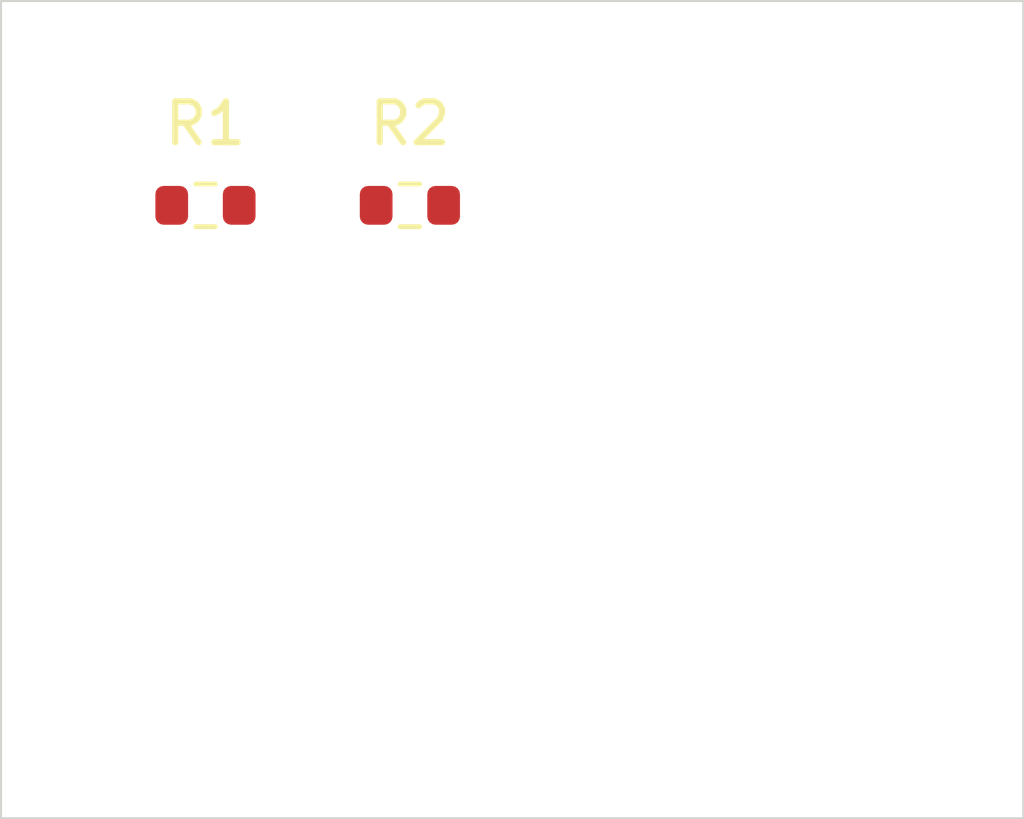
<source format=kicad_pcb>
(kicad_pcb (version 20241229) (generator "pcbnew") (generator_version "9.0")
  (layers (0 "F.Cu" signal) (2 "B.Cu" signal) (13 "F.Paste" user) (15 "B.Paste" user) (5 "F.SilkS" user "F.Silkscreen") (7 "B.SilkS" user "B.Silkscreen") (1 "F.Mask" user) (3 "B.Mask" user) (25 "Edge.Cuts" user))
  (net 0 "")
  (net 1 "NET1")
  (footprint "Resistor_SMD:R_0603_1608Metric" (layer "F.Cu") (at 5.0 5.0)
    (property "Reference" "R1" (at 0 -2 0) (layer "F.SilkS") (effects (font (size 1.0 1.0))))
    (property "Value" "10k")
    (fp_line (start -0.237258 -0.5225) (end 0.237258 -0.5225) (stroke (width 0.12)) (layer "F.SilkS"))
    (fp_line (start -0.237258 0.5225) (end 0.237258 0.5225) (stroke (width 0.12)) (layer "F.SilkS"))
    (pad "1" smd roundrect (at -0.825 0.0) (size 0.8 0.95) (layers "F.Cu" "F.Mask" "F.Paste") (net 1 "NET1"))
    (pad "2" smd roundrect (at 0.825 0.0) (size 0.8 0.95) (layers "F.Cu" "F.Mask" "F.Paste"))
  )
  (footprint "Resistor_SMD:R_0603_1608Metric" (layer "F.Cu") (at 10.0 5.0)
    (property "Reference" "R2" (at 0 -2 0) (layer "F.SilkS") (effects (font (size 1.0 1.0))))
    (property "Value" "4.7k")
    (fp_line (start -0.237258 -0.5225) (end 0.237258 -0.5225) (stroke (width 0.12)) (layer "F.SilkS"))
    (fp_line (start -0.237258 0.5225) (end 0.237258 0.5225) (stroke (width 0.12)) (layer "F.SilkS"))
    (pad "1" smd roundrect (at -0.825 0.0) (size 0.8 0.95) (layers "F.Cu" "F.Mask" "F.Paste") (net 1 "NET1"))
    (pad "2" smd roundrect (at 0.825 0.0) (size 0.8 0.95) (layers "F.Cu" "F.Mask" "F.Paste"))
  )
  (gr_rect (start 0 0) (end 25.0 20.0) (stroke (width 0.05)) (fill no) (layer "Edge.Cuts"))
)
</source>
